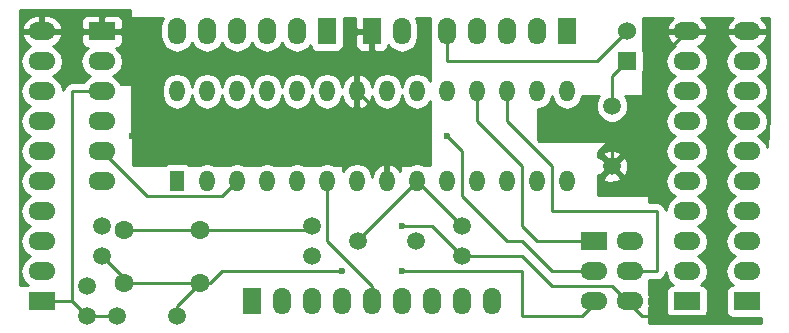
<source format=gbr>
G04 #@! TF.FileFunction,Copper,L2,Bot,Signal*
%FSLAX46Y46*%
G04 Gerber Fmt 4.6, Leading zero omitted, Abs format (unit mm)*
G04 Created by KiCad (PCBNEW 4.0.6-e0-6349~53~ubuntu16.04.1) date Mon Apr 24 16:30:31 2017*
%MOMM*%
%LPD*%
G01*
G04 APERTURE LIST*
%ADD10C,0.100000*%
%ADD11R,1.524000X2.286000*%
%ADD12O,1.524000X2.286000*%
%ADD13C,1.500000*%
%ADD14R,2.286000X1.524000*%
%ADD15O,2.286000X1.524000*%
%ADD16R,1.524000X1.524000*%
%ADD17C,1.524000*%
%ADD18R,1.300000X1.778000*%
%ADD19O,1.300000X1.778000*%
%ADD20C,1.600000*%
%ADD21C,0.600000*%
%ADD22C,0.250000*%
%ADD23C,0.254000*%
G04 APERTURE END LIST*
D10*
D11*
X148590000Y-107950000D03*
D12*
X151130000Y-107950000D03*
D13*
X124460000Y-132080000D03*
X124460000Y-129540000D03*
D14*
X180340000Y-130810000D03*
D15*
X180340000Y-128270000D03*
X180340000Y-125730000D03*
X180340000Y-123190000D03*
X180340000Y-120650000D03*
X180340000Y-118110000D03*
X180340000Y-115570000D03*
X180340000Y-113030000D03*
X180340000Y-110490000D03*
X180340000Y-107950000D03*
D13*
X143510000Y-124460000D03*
X143510000Y-127000000D03*
X156210000Y-127000000D03*
X156210000Y-124460000D03*
X125730000Y-127000000D03*
X125730000Y-124460000D03*
D11*
X144780000Y-107950000D03*
D12*
X142240000Y-107950000D03*
X139700000Y-107950000D03*
X137160000Y-107950000D03*
X134620000Y-107950000D03*
X132080000Y-107950000D03*
D14*
X167386000Y-125730000D03*
D15*
X167386000Y-128270000D03*
X167386000Y-130810000D03*
X170434000Y-125730000D03*
X170434000Y-128270000D03*
X170434000Y-130810000D03*
D14*
X125730000Y-107950000D03*
D15*
X125730000Y-110490000D03*
X125730000Y-113030000D03*
X125730000Y-115570000D03*
X125730000Y-118110000D03*
X125730000Y-120650000D03*
D16*
X170180000Y-110490000D03*
D17*
X170180000Y-107950000D03*
D13*
X132080000Y-132080000D03*
X127000000Y-132080000D03*
X168910000Y-119380000D03*
X168910000Y-114300000D03*
D18*
X132080000Y-120650000D03*
D19*
X134620000Y-120650000D03*
X137160000Y-120650000D03*
X139700000Y-120650000D03*
X142240000Y-120650000D03*
X144780000Y-120650000D03*
X147320000Y-120650000D03*
X149860000Y-120650000D03*
X152400000Y-120650000D03*
X154940000Y-120650000D03*
X157480000Y-120650000D03*
X160020000Y-120650000D03*
X162560000Y-120650000D03*
X165100000Y-120650000D03*
X165100000Y-113030000D03*
X162560000Y-113030000D03*
X160020000Y-113030000D03*
X157480000Y-113030000D03*
X154940000Y-113030000D03*
X152400000Y-113030000D03*
X149860000Y-113030000D03*
X147320000Y-113030000D03*
X144780000Y-113030000D03*
X142240000Y-113030000D03*
X139700000Y-113030000D03*
X137160000Y-113030000D03*
X134620000Y-113030000D03*
X132080000Y-113030000D03*
D13*
X147419060Y-125730000D03*
X152300940Y-125730000D03*
D11*
X165100000Y-107950000D03*
D12*
X162560000Y-107950000D03*
X160020000Y-107950000D03*
X157480000Y-107950000D03*
X154940000Y-107950000D03*
D11*
X138430000Y-130810000D03*
D12*
X140970000Y-130810000D03*
X143510000Y-130810000D03*
X146050000Y-130810000D03*
X148590000Y-130810000D03*
X151130000Y-130810000D03*
X153670000Y-130810000D03*
X156210000Y-130810000D03*
X158750000Y-130810000D03*
D14*
X120650000Y-130810000D03*
D15*
X120650000Y-128270000D03*
X120650000Y-125730000D03*
X120650000Y-123190000D03*
X120650000Y-120650000D03*
X120650000Y-118110000D03*
X120650000Y-115570000D03*
X120650000Y-113030000D03*
X120650000Y-110490000D03*
X120650000Y-107950000D03*
D14*
X175260000Y-130810000D03*
D15*
X175260000Y-128270000D03*
X175260000Y-125730000D03*
X175260000Y-123190000D03*
X175260000Y-120650000D03*
X175260000Y-118110000D03*
X175260000Y-115570000D03*
X175260000Y-113030000D03*
X175260000Y-110490000D03*
X175260000Y-107950000D03*
D20*
X127560000Y-129250000D03*
X134060000Y-129250000D03*
X134060000Y-124750000D03*
X127560000Y-124750000D03*
D21*
X128270000Y-116840000D03*
X151130000Y-124460000D03*
X151130000Y-128270000D03*
X146050000Y-128270000D03*
X154940000Y-116840000D03*
D22*
X177800000Y-107950000D02*
X177800000Y-132080000D01*
X171450000Y-132080000D02*
X170180000Y-130810000D01*
X177800000Y-132080000D02*
X171450000Y-132080000D01*
X175260000Y-107950000D02*
X177800000Y-107950000D01*
X177800000Y-107950000D02*
X180340000Y-107950000D01*
X168910000Y-119380000D02*
X168910000Y-116840000D01*
X172720000Y-110490000D02*
X175260000Y-107950000D01*
X172720000Y-113030000D02*
X172720000Y-110490000D01*
X168910000Y-116840000D02*
X172720000Y-113030000D01*
X156210000Y-127000000D02*
X161290000Y-127000000D01*
X161290000Y-127000000D02*
X163830000Y-129540000D01*
X163830000Y-129540000D02*
X168910000Y-129540000D01*
X168910000Y-129540000D02*
X170180000Y-130810000D01*
X128270000Y-107950000D02*
X125730000Y-107950000D01*
X128270000Y-116840000D02*
X128270000Y-107950000D01*
X134060000Y-124750000D02*
X143220000Y-124750000D01*
X143220000Y-124750000D02*
X143510000Y-124460000D01*
X127560000Y-124750000D02*
X134060000Y-124750000D01*
X153670000Y-124460000D02*
X156210000Y-127000000D01*
X151130000Y-124460000D02*
X153670000Y-124460000D01*
X149860000Y-120650000D02*
X149860000Y-115570000D01*
X149860000Y-115570000D02*
X147320000Y-113030000D01*
X156210000Y-124460000D02*
X152400000Y-120650000D01*
X147419060Y-125730000D02*
X147419060Y-125630940D01*
X147419060Y-125630940D02*
X152400000Y-120650000D01*
X134060000Y-129250000D02*
X134910000Y-129250000D01*
X166370000Y-132080000D02*
X167640000Y-130810000D01*
X161290000Y-132080000D02*
X166370000Y-132080000D01*
X161290000Y-128270000D02*
X161290000Y-132080000D01*
X151130000Y-128270000D02*
X161290000Y-128270000D01*
X135890000Y-128270000D02*
X146050000Y-128270000D01*
X134910000Y-129250000D02*
X135890000Y-128270000D01*
X127560000Y-129250000D02*
X127560000Y-128830000D01*
X127560000Y-128830000D02*
X125730000Y-127000000D01*
X127560000Y-129250000D02*
X134060000Y-129250000D01*
X132080000Y-132080000D02*
X132080000Y-131230000D01*
X132080000Y-131230000D02*
X134060000Y-129250000D01*
X125730000Y-113030000D02*
X123190000Y-113030000D01*
X123190000Y-113030000D02*
X123190000Y-130810000D01*
X124460000Y-132080000D02*
X127000000Y-132080000D01*
X120650000Y-130810000D02*
X123190000Y-130810000D01*
X123190000Y-130810000D02*
X124460000Y-132080000D01*
X125730000Y-118110000D02*
X129540000Y-121920000D01*
X135890000Y-121920000D02*
X137160000Y-120650000D01*
X129540000Y-121920000D02*
X135890000Y-121920000D01*
X148590000Y-130810000D02*
X148590000Y-129540000D01*
X144780000Y-125730000D02*
X144780000Y-120650000D01*
X148590000Y-129540000D02*
X144780000Y-125730000D01*
X160020000Y-113030000D02*
X160020000Y-115570000D01*
X172720000Y-128270000D02*
X170180000Y-128270000D01*
X172720000Y-123190000D02*
X172720000Y-128270000D01*
X163830000Y-123190000D02*
X172720000Y-123190000D01*
X163830000Y-119380000D02*
X163830000Y-123190000D01*
X160020000Y-115570000D02*
X163830000Y-119380000D01*
X157480000Y-113030000D02*
X157480000Y-115570000D01*
X162560000Y-125730000D02*
X167640000Y-125730000D01*
X161290000Y-124460000D02*
X162560000Y-125730000D01*
X161290000Y-119380000D02*
X161290000Y-124460000D01*
X157480000Y-115570000D02*
X161290000Y-119380000D01*
X163830000Y-128270000D02*
X167640000Y-128270000D01*
X161290000Y-125730000D02*
X163830000Y-128270000D01*
X160020000Y-125730000D02*
X161290000Y-125730000D01*
X156210000Y-121920000D02*
X160020000Y-125730000D01*
X156210000Y-118110000D02*
X156210000Y-121920000D01*
X154940000Y-116840000D02*
X156210000Y-118110000D01*
X154940000Y-107950000D02*
X154940000Y-110490000D01*
X167640000Y-110490000D02*
X170180000Y-107950000D01*
X154940000Y-110490000D02*
X167640000Y-110490000D01*
X168910000Y-114300000D02*
X168910000Y-111760000D01*
X168910000Y-111760000D02*
X170180000Y-110490000D01*
D23*
G36*
X173801370Y-107051974D02*
X173539740Y-107532723D01*
X173524780Y-107606930D01*
X173647280Y-107823000D01*
X175133000Y-107823000D01*
X175133000Y-107803000D01*
X175387000Y-107803000D01*
X175387000Y-107823000D01*
X176872720Y-107823000D01*
X176995220Y-107606930D01*
X176980260Y-107532723D01*
X176718630Y-107051974D01*
X176415512Y-106807000D01*
X179184488Y-106807000D01*
X178881370Y-107051974D01*
X178619740Y-107532723D01*
X178604780Y-107606930D01*
X178727280Y-107823000D01*
X180213000Y-107823000D01*
X180213000Y-107803000D01*
X180467000Y-107803000D01*
X180467000Y-107823000D01*
X181952720Y-107823000D01*
X182075220Y-107606930D01*
X182060260Y-107532723D01*
X181798630Y-107051974D01*
X181495512Y-106807000D01*
X182170000Y-106807000D01*
X182170000Y-115231570D01*
X182074448Y-117715929D01*
X182046493Y-117575391D01*
X181743661Y-117122172D01*
X181321362Y-116840000D01*
X181743661Y-116557828D01*
X182046493Y-116104609D01*
X182152833Y-115570000D01*
X182046493Y-115035391D01*
X181743661Y-114582172D01*
X181321362Y-114300000D01*
X181743661Y-114017828D01*
X182046493Y-113564609D01*
X182152833Y-113030000D01*
X182046493Y-112495391D01*
X181743661Y-112042172D01*
X181321362Y-111760000D01*
X181743661Y-111477828D01*
X182046493Y-111024609D01*
X182152833Y-110490000D01*
X182046493Y-109955391D01*
X181743661Y-109502172D01*
X181308161Y-109211179D01*
X181372941Y-109192059D01*
X181798630Y-108848026D01*
X182060260Y-108367277D01*
X182075220Y-108293070D01*
X181952720Y-108077000D01*
X180467000Y-108077000D01*
X180467000Y-108097000D01*
X180213000Y-108097000D01*
X180213000Y-108077000D01*
X178727280Y-108077000D01*
X178604780Y-108293070D01*
X178619740Y-108367277D01*
X178881370Y-108848026D01*
X179307059Y-109192059D01*
X179371839Y-109211179D01*
X178936339Y-109502172D01*
X178633507Y-109955391D01*
X178527167Y-110490000D01*
X178633507Y-111024609D01*
X178936339Y-111477828D01*
X179358638Y-111760000D01*
X178936339Y-112042172D01*
X178633507Y-112495391D01*
X178527167Y-113030000D01*
X178633507Y-113564609D01*
X178936339Y-114017828D01*
X179358638Y-114300000D01*
X178936339Y-114582172D01*
X178633507Y-115035391D01*
X178527167Y-115570000D01*
X178633507Y-116104609D01*
X178936339Y-116557828D01*
X179358638Y-116840000D01*
X178936339Y-117122172D01*
X178633507Y-117575391D01*
X178527167Y-118110000D01*
X178633507Y-118644609D01*
X178936339Y-119097828D01*
X179358638Y-119380000D01*
X178936339Y-119662172D01*
X178633507Y-120115391D01*
X178527167Y-120650000D01*
X178633507Y-121184609D01*
X178936339Y-121637828D01*
X179358638Y-121920000D01*
X178936339Y-122202172D01*
X178633507Y-122655391D01*
X178527167Y-123190000D01*
X178633507Y-123724609D01*
X178936339Y-124177828D01*
X179358638Y-124460000D01*
X178936339Y-124742172D01*
X178633507Y-125195391D01*
X178527167Y-125730000D01*
X178633507Y-126264609D01*
X178936339Y-126717828D01*
X179358638Y-127000000D01*
X178936339Y-127282172D01*
X178633507Y-127735391D01*
X178527167Y-128270000D01*
X178633507Y-128804609D01*
X178936339Y-129257828D01*
X179160290Y-129407468D01*
X178961683Y-129444838D01*
X178745559Y-129583910D01*
X178600569Y-129796110D01*
X178549560Y-130048000D01*
X178549560Y-131572000D01*
X178593838Y-131807317D01*
X178732910Y-132023441D01*
X178945110Y-132168431D01*
X179197000Y-132219440D01*
X181483000Y-132219440D01*
X181516865Y-132213068D01*
X181500445Y-132640000D01*
X172085000Y-132640000D01*
X172085000Y-131354543D01*
X172154260Y-131227277D01*
X172169220Y-131153070D01*
X172085000Y-131004520D01*
X172085000Y-130615480D01*
X172169220Y-130466930D01*
X172154260Y-130392723D01*
X172085000Y-130265457D01*
X172085000Y-129030000D01*
X172720000Y-129030000D01*
X173010839Y-128972148D01*
X173257401Y-128807401D01*
X173422148Y-128560839D01*
X173463583Y-128352531D01*
X173553507Y-128804609D01*
X173856339Y-129257828D01*
X174080290Y-129407468D01*
X173881683Y-129444838D01*
X173665559Y-129583910D01*
X173520569Y-129796110D01*
X173469560Y-130048000D01*
X173469560Y-131572000D01*
X173513838Y-131807317D01*
X173652910Y-132023441D01*
X173865110Y-132168431D01*
X174117000Y-132219440D01*
X176403000Y-132219440D01*
X176638317Y-132175162D01*
X176854441Y-132036090D01*
X176999431Y-131823890D01*
X177050440Y-131572000D01*
X177050440Y-130048000D01*
X177006162Y-129812683D01*
X176867090Y-129596559D01*
X176654890Y-129451569D01*
X176439106Y-129407872D01*
X176663661Y-129257828D01*
X176966493Y-128804609D01*
X177072833Y-128270000D01*
X176966493Y-127735391D01*
X176663661Y-127282172D01*
X176241362Y-127000000D01*
X176663661Y-126717828D01*
X176966493Y-126264609D01*
X177072833Y-125730000D01*
X176966493Y-125195391D01*
X176663661Y-124742172D01*
X176241362Y-124460000D01*
X176663661Y-124177828D01*
X176966493Y-123724609D01*
X177072833Y-123190000D01*
X176966493Y-122655391D01*
X176663661Y-122202172D01*
X176241362Y-121920000D01*
X176663661Y-121637828D01*
X176966493Y-121184609D01*
X177072833Y-120650000D01*
X176966493Y-120115391D01*
X176663661Y-119662172D01*
X176241362Y-119380000D01*
X176663661Y-119097828D01*
X176966493Y-118644609D01*
X177072833Y-118110000D01*
X176966493Y-117575391D01*
X176663661Y-117122172D01*
X176241362Y-116840000D01*
X176663661Y-116557828D01*
X176966493Y-116104609D01*
X177072833Y-115570000D01*
X176966493Y-115035391D01*
X176663661Y-114582172D01*
X176241362Y-114300000D01*
X176663661Y-114017828D01*
X176966493Y-113564609D01*
X177072833Y-113030000D01*
X176966493Y-112495391D01*
X176663661Y-112042172D01*
X176241362Y-111760000D01*
X176663661Y-111477828D01*
X176966493Y-111024609D01*
X177072833Y-110490000D01*
X176966493Y-109955391D01*
X176663661Y-109502172D01*
X176228161Y-109211179D01*
X176292941Y-109192059D01*
X176718630Y-108848026D01*
X176980260Y-108367277D01*
X176995220Y-108293070D01*
X176872720Y-108077000D01*
X175387000Y-108077000D01*
X175387000Y-108097000D01*
X175133000Y-108097000D01*
X175133000Y-108077000D01*
X173647280Y-108077000D01*
X173524780Y-108293070D01*
X173539740Y-108367277D01*
X173801370Y-108848026D01*
X174227059Y-109192059D01*
X174291839Y-109211179D01*
X173856339Y-109502172D01*
X173553507Y-109955391D01*
X173447167Y-110490000D01*
X173553507Y-111024609D01*
X173856339Y-111477828D01*
X174278638Y-111760000D01*
X173856339Y-112042172D01*
X173553507Y-112495391D01*
X173447167Y-113030000D01*
X173553507Y-113564609D01*
X173856339Y-114017828D01*
X174278638Y-114300000D01*
X173856339Y-114582172D01*
X173553507Y-115035391D01*
X173447167Y-115570000D01*
X173553507Y-116104609D01*
X173856339Y-116557828D01*
X174278638Y-116840000D01*
X173856339Y-117122172D01*
X173553507Y-117575391D01*
X173447167Y-118110000D01*
X173553507Y-118644609D01*
X173856339Y-119097828D01*
X174278638Y-119380000D01*
X173856339Y-119662172D01*
X173553507Y-120115391D01*
X173447167Y-120650000D01*
X173553507Y-121184609D01*
X173856339Y-121637828D01*
X174278638Y-121920000D01*
X173856339Y-122202172D01*
X173553507Y-122655391D01*
X173463583Y-123107469D01*
X173422148Y-122899161D01*
X173257401Y-122652599D01*
X173010839Y-122487852D01*
X172720000Y-122430000D01*
X172085000Y-122430000D01*
X172085000Y-121920000D01*
X172074994Y-121870590D01*
X172046553Y-121828965D01*
X172004159Y-121801685D01*
X171958000Y-121793000D01*
X167767000Y-121793000D01*
X167767000Y-120351517D01*
X168118088Y-120351517D01*
X168186077Y-120592460D01*
X168705171Y-120777201D01*
X169255448Y-120749230D01*
X169633923Y-120592460D01*
X169701912Y-120351517D01*
X168910000Y-119559605D01*
X168118088Y-120351517D01*
X167767000Y-120351517D01*
X167767000Y-120123523D01*
X167938483Y-120171912D01*
X168730395Y-119380000D01*
X169089605Y-119380000D01*
X169881517Y-120171912D01*
X170122460Y-120103923D01*
X170307201Y-119584829D01*
X170279230Y-119034552D01*
X170122460Y-118656077D01*
X169881517Y-118588088D01*
X169089605Y-119380000D01*
X168730395Y-119380000D01*
X167938483Y-118588088D01*
X167767000Y-118636477D01*
X167767000Y-118408483D01*
X168118088Y-118408483D01*
X168910000Y-119200395D01*
X169701912Y-118408483D01*
X169633923Y-118167540D01*
X169114829Y-117982799D01*
X168564552Y-118010770D01*
X168186077Y-118167540D01*
X168118088Y-118408483D01*
X167767000Y-118408483D01*
X167767000Y-118162606D01*
X168491803Y-117437803D01*
X168519666Y-117395789D01*
X168528988Y-117346246D01*
X168518300Y-117296978D01*
X168489287Y-117255751D01*
X168446520Y-117229059D01*
X168402000Y-117221000D01*
X162745802Y-117221000D01*
X162687000Y-117162198D01*
X162687000Y-114558595D01*
X163051748Y-114486042D01*
X163468632Y-114207489D01*
X163747185Y-113790605D01*
X163822693Y-113411000D01*
X163837307Y-113411000D01*
X163912815Y-113790605D01*
X164191368Y-114207489D01*
X164608252Y-114486042D01*
X165100000Y-114583857D01*
X165591748Y-114486042D01*
X166008632Y-114207489D01*
X166287185Y-113790605D01*
X166362693Y-113411000D01*
X167840155Y-113411000D01*
X167736539Y-113514436D01*
X167525241Y-114023298D01*
X167524760Y-114574285D01*
X167735169Y-115083515D01*
X168124436Y-115473461D01*
X168633298Y-115684759D01*
X169184285Y-115685240D01*
X169693515Y-115474831D01*
X170083461Y-115085564D01*
X170294759Y-114576702D01*
X170295240Y-114025715D01*
X170084831Y-113516485D01*
X169979530Y-113411000D01*
X171450000Y-113411000D01*
X171499410Y-113400994D01*
X171541035Y-113372553D01*
X171568315Y-113330159D01*
X171577000Y-113284000D01*
X171577000Y-111313431D01*
X171589440Y-111252000D01*
X171589440Y-109728000D01*
X171577000Y-109661887D01*
X171577000Y-107950647D01*
X171577242Y-107673339D01*
X171577000Y-107672753D01*
X171577000Y-106807000D01*
X174104488Y-106807000D01*
X173801370Y-107051974D01*
X173801370Y-107051974D01*
G37*
X173801370Y-107051974D02*
X173539740Y-107532723D01*
X173524780Y-107606930D01*
X173647280Y-107823000D01*
X175133000Y-107823000D01*
X175133000Y-107803000D01*
X175387000Y-107803000D01*
X175387000Y-107823000D01*
X176872720Y-107823000D01*
X176995220Y-107606930D01*
X176980260Y-107532723D01*
X176718630Y-107051974D01*
X176415512Y-106807000D01*
X179184488Y-106807000D01*
X178881370Y-107051974D01*
X178619740Y-107532723D01*
X178604780Y-107606930D01*
X178727280Y-107823000D01*
X180213000Y-107823000D01*
X180213000Y-107803000D01*
X180467000Y-107803000D01*
X180467000Y-107823000D01*
X181952720Y-107823000D01*
X182075220Y-107606930D01*
X182060260Y-107532723D01*
X181798630Y-107051974D01*
X181495512Y-106807000D01*
X182170000Y-106807000D01*
X182170000Y-115231570D01*
X182074448Y-117715929D01*
X182046493Y-117575391D01*
X181743661Y-117122172D01*
X181321362Y-116840000D01*
X181743661Y-116557828D01*
X182046493Y-116104609D01*
X182152833Y-115570000D01*
X182046493Y-115035391D01*
X181743661Y-114582172D01*
X181321362Y-114300000D01*
X181743661Y-114017828D01*
X182046493Y-113564609D01*
X182152833Y-113030000D01*
X182046493Y-112495391D01*
X181743661Y-112042172D01*
X181321362Y-111760000D01*
X181743661Y-111477828D01*
X182046493Y-111024609D01*
X182152833Y-110490000D01*
X182046493Y-109955391D01*
X181743661Y-109502172D01*
X181308161Y-109211179D01*
X181372941Y-109192059D01*
X181798630Y-108848026D01*
X182060260Y-108367277D01*
X182075220Y-108293070D01*
X181952720Y-108077000D01*
X180467000Y-108077000D01*
X180467000Y-108097000D01*
X180213000Y-108097000D01*
X180213000Y-108077000D01*
X178727280Y-108077000D01*
X178604780Y-108293070D01*
X178619740Y-108367277D01*
X178881370Y-108848026D01*
X179307059Y-109192059D01*
X179371839Y-109211179D01*
X178936339Y-109502172D01*
X178633507Y-109955391D01*
X178527167Y-110490000D01*
X178633507Y-111024609D01*
X178936339Y-111477828D01*
X179358638Y-111760000D01*
X178936339Y-112042172D01*
X178633507Y-112495391D01*
X178527167Y-113030000D01*
X178633507Y-113564609D01*
X178936339Y-114017828D01*
X179358638Y-114300000D01*
X178936339Y-114582172D01*
X178633507Y-115035391D01*
X178527167Y-115570000D01*
X178633507Y-116104609D01*
X178936339Y-116557828D01*
X179358638Y-116840000D01*
X178936339Y-117122172D01*
X178633507Y-117575391D01*
X178527167Y-118110000D01*
X178633507Y-118644609D01*
X178936339Y-119097828D01*
X179358638Y-119380000D01*
X178936339Y-119662172D01*
X178633507Y-120115391D01*
X178527167Y-120650000D01*
X178633507Y-121184609D01*
X178936339Y-121637828D01*
X179358638Y-121920000D01*
X178936339Y-122202172D01*
X178633507Y-122655391D01*
X178527167Y-123190000D01*
X178633507Y-123724609D01*
X178936339Y-124177828D01*
X179358638Y-124460000D01*
X178936339Y-124742172D01*
X178633507Y-125195391D01*
X178527167Y-125730000D01*
X178633507Y-126264609D01*
X178936339Y-126717828D01*
X179358638Y-127000000D01*
X178936339Y-127282172D01*
X178633507Y-127735391D01*
X178527167Y-128270000D01*
X178633507Y-128804609D01*
X178936339Y-129257828D01*
X179160290Y-129407468D01*
X178961683Y-129444838D01*
X178745559Y-129583910D01*
X178600569Y-129796110D01*
X178549560Y-130048000D01*
X178549560Y-131572000D01*
X178593838Y-131807317D01*
X178732910Y-132023441D01*
X178945110Y-132168431D01*
X179197000Y-132219440D01*
X181483000Y-132219440D01*
X181516865Y-132213068D01*
X181500445Y-132640000D01*
X172085000Y-132640000D01*
X172085000Y-131354543D01*
X172154260Y-131227277D01*
X172169220Y-131153070D01*
X172085000Y-131004520D01*
X172085000Y-130615480D01*
X172169220Y-130466930D01*
X172154260Y-130392723D01*
X172085000Y-130265457D01*
X172085000Y-129030000D01*
X172720000Y-129030000D01*
X173010839Y-128972148D01*
X173257401Y-128807401D01*
X173422148Y-128560839D01*
X173463583Y-128352531D01*
X173553507Y-128804609D01*
X173856339Y-129257828D01*
X174080290Y-129407468D01*
X173881683Y-129444838D01*
X173665559Y-129583910D01*
X173520569Y-129796110D01*
X173469560Y-130048000D01*
X173469560Y-131572000D01*
X173513838Y-131807317D01*
X173652910Y-132023441D01*
X173865110Y-132168431D01*
X174117000Y-132219440D01*
X176403000Y-132219440D01*
X176638317Y-132175162D01*
X176854441Y-132036090D01*
X176999431Y-131823890D01*
X177050440Y-131572000D01*
X177050440Y-130048000D01*
X177006162Y-129812683D01*
X176867090Y-129596559D01*
X176654890Y-129451569D01*
X176439106Y-129407872D01*
X176663661Y-129257828D01*
X176966493Y-128804609D01*
X177072833Y-128270000D01*
X176966493Y-127735391D01*
X176663661Y-127282172D01*
X176241362Y-127000000D01*
X176663661Y-126717828D01*
X176966493Y-126264609D01*
X177072833Y-125730000D01*
X176966493Y-125195391D01*
X176663661Y-124742172D01*
X176241362Y-124460000D01*
X176663661Y-124177828D01*
X176966493Y-123724609D01*
X177072833Y-123190000D01*
X176966493Y-122655391D01*
X176663661Y-122202172D01*
X176241362Y-121920000D01*
X176663661Y-121637828D01*
X176966493Y-121184609D01*
X177072833Y-120650000D01*
X176966493Y-120115391D01*
X176663661Y-119662172D01*
X176241362Y-119380000D01*
X176663661Y-119097828D01*
X176966493Y-118644609D01*
X177072833Y-118110000D01*
X176966493Y-117575391D01*
X176663661Y-117122172D01*
X176241362Y-116840000D01*
X176663661Y-116557828D01*
X176966493Y-116104609D01*
X177072833Y-115570000D01*
X176966493Y-115035391D01*
X176663661Y-114582172D01*
X176241362Y-114300000D01*
X176663661Y-114017828D01*
X176966493Y-113564609D01*
X177072833Y-113030000D01*
X176966493Y-112495391D01*
X176663661Y-112042172D01*
X176241362Y-111760000D01*
X176663661Y-111477828D01*
X176966493Y-111024609D01*
X177072833Y-110490000D01*
X176966493Y-109955391D01*
X176663661Y-109502172D01*
X176228161Y-109211179D01*
X176292941Y-109192059D01*
X176718630Y-108848026D01*
X176980260Y-108367277D01*
X176995220Y-108293070D01*
X176872720Y-108077000D01*
X175387000Y-108077000D01*
X175387000Y-108097000D01*
X175133000Y-108097000D01*
X175133000Y-108077000D01*
X173647280Y-108077000D01*
X173524780Y-108293070D01*
X173539740Y-108367277D01*
X173801370Y-108848026D01*
X174227059Y-109192059D01*
X174291839Y-109211179D01*
X173856339Y-109502172D01*
X173553507Y-109955391D01*
X173447167Y-110490000D01*
X173553507Y-111024609D01*
X173856339Y-111477828D01*
X174278638Y-111760000D01*
X173856339Y-112042172D01*
X173553507Y-112495391D01*
X173447167Y-113030000D01*
X173553507Y-113564609D01*
X173856339Y-114017828D01*
X174278638Y-114300000D01*
X173856339Y-114582172D01*
X173553507Y-115035391D01*
X173447167Y-115570000D01*
X173553507Y-116104609D01*
X173856339Y-116557828D01*
X174278638Y-116840000D01*
X173856339Y-117122172D01*
X173553507Y-117575391D01*
X173447167Y-118110000D01*
X173553507Y-118644609D01*
X173856339Y-119097828D01*
X174278638Y-119380000D01*
X173856339Y-119662172D01*
X173553507Y-120115391D01*
X173447167Y-120650000D01*
X173553507Y-121184609D01*
X173856339Y-121637828D01*
X174278638Y-121920000D01*
X173856339Y-122202172D01*
X173553507Y-122655391D01*
X173463583Y-123107469D01*
X173422148Y-122899161D01*
X173257401Y-122652599D01*
X173010839Y-122487852D01*
X172720000Y-122430000D01*
X172085000Y-122430000D01*
X172085000Y-121920000D01*
X172074994Y-121870590D01*
X172046553Y-121828965D01*
X172004159Y-121801685D01*
X171958000Y-121793000D01*
X167767000Y-121793000D01*
X167767000Y-120351517D01*
X168118088Y-120351517D01*
X168186077Y-120592460D01*
X168705171Y-120777201D01*
X169255448Y-120749230D01*
X169633923Y-120592460D01*
X169701912Y-120351517D01*
X168910000Y-119559605D01*
X168118088Y-120351517D01*
X167767000Y-120351517D01*
X167767000Y-120123523D01*
X167938483Y-120171912D01*
X168730395Y-119380000D01*
X169089605Y-119380000D01*
X169881517Y-120171912D01*
X170122460Y-120103923D01*
X170307201Y-119584829D01*
X170279230Y-119034552D01*
X170122460Y-118656077D01*
X169881517Y-118588088D01*
X169089605Y-119380000D01*
X168730395Y-119380000D01*
X167938483Y-118588088D01*
X167767000Y-118636477D01*
X167767000Y-118408483D01*
X168118088Y-118408483D01*
X168910000Y-119200395D01*
X169701912Y-118408483D01*
X169633923Y-118167540D01*
X169114829Y-117982799D01*
X168564552Y-118010770D01*
X168186077Y-118167540D01*
X168118088Y-118408483D01*
X167767000Y-118408483D01*
X167767000Y-118162606D01*
X168491803Y-117437803D01*
X168519666Y-117395789D01*
X168528988Y-117346246D01*
X168518300Y-117296978D01*
X168489287Y-117255751D01*
X168446520Y-117229059D01*
X168402000Y-117221000D01*
X162745802Y-117221000D01*
X162687000Y-117162198D01*
X162687000Y-114558595D01*
X163051748Y-114486042D01*
X163468632Y-114207489D01*
X163747185Y-113790605D01*
X163822693Y-113411000D01*
X163837307Y-113411000D01*
X163912815Y-113790605D01*
X164191368Y-114207489D01*
X164608252Y-114486042D01*
X165100000Y-114583857D01*
X165591748Y-114486042D01*
X166008632Y-114207489D01*
X166287185Y-113790605D01*
X166362693Y-113411000D01*
X167840155Y-113411000D01*
X167736539Y-113514436D01*
X167525241Y-114023298D01*
X167524760Y-114574285D01*
X167735169Y-115083515D01*
X168124436Y-115473461D01*
X168633298Y-115684759D01*
X169184285Y-115685240D01*
X169693515Y-115474831D01*
X170083461Y-115085564D01*
X170294759Y-114576702D01*
X170295240Y-114025715D01*
X170084831Y-113516485D01*
X169979530Y-113411000D01*
X171450000Y-113411000D01*
X171499410Y-113400994D01*
X171541035Y-113372553D01*
X171568315Y-113330159D01*
X171577000Y-113284000D01*
X171577000Y-111313431D01*
X171589440Y-111252000D01*
X171589440Y-109728000D01*
X171577000Y-109661887D01*
X171577000Y-107950647D01*
X171577242Y-107673339D01*
X171577000Y-107672753D01*
X171577000Y-106807000D01*
X174104488Y-106807000D01*
X173801370Y-107051974D01*
G36*
X128143000Y-106680000D02*
X128153006Y-106729410D01*
X128181447Y-106771035D01*
X128223841Y-106798315D01*
X128270000Y-106807000D01*
X130918003Y-106807000D01*
X130789340Y-106999558D01*
X130683000Y-107534167D01*
X130683000Y-108365833D01*
X130789340Y-108900442D01*
X131092172Y-109353661D01*
X131545391Y-109656493D01*
X132080000Y-109762833D01*
X132614609Y-109656493D01*
X133067828Y-109353661D01*
X133350000Y-108931362D01*
X133632172Y-109353661D01*
X134085391Y-109656493D01*
X134620000Y-109762833D01*
X135154609Y-109656493D01*
X135607828Y-109353661D01*
X135890000Y-108931362D01*
X136172172Y-109353661D01*
X136625391Y-109656493D01*
X137160000Y-109762833D01*
X137694609Y-109656493D01*
X138147828Y-109353661D01*
X138430000Y-108931362D01*
X138712172Y-109353661D01*
X139165391Y-109656493D01*
X139700000Y-109762833D01*
X140234609Y-109656493D01*
X140687828Y-109353661D01*
X140970000Y-108931362D01*
X141252172Y-109353661D01*
X141705391Y-109656493D01*
X142240000Y-109762833D01*
X142774609Y-109656493D01*
X143227828Y-109353661D01*
X143377468Y-109129710D01*
X143414838Y-109328317D01*
X143553910Y-109544441D01*
X143766110Y-109689431D01*
X144018000Y-109740440D01*
X145542000Y-109740440D01*
X145777317Y-109696162D01*
X145993441Y-109557090D01*
X146138431Y-109344890D01*
X146189440Y-109093000D01*
X146189440Y-108235750D01*
X147193000Y-108235750D01*
X147193000Y-109219310D01*
X147289673Y-109452699D01*
X147468302Y-109631327D01*
X147701691Y-109728000D01*
X148304250Y-109728000D01*
X148463000Y-109569250D01*
X148463000Y-108077000D01*
X147351750Y-108077000D01*
X147193000Y-108235750D01*
X146189440Y-108235750D01*
X146189440Y-106807000D01*
X147193000Y-106807000D01*
X147193000Y-107664250D01*
X147351750Y-107823000D01*
X148463000Y-107823000D01*
X148463000Y-107803000D01*
X148717000Y-107803000D01*
X148717000Y-107823000D01*
X148737000Y-107823000D01*
X148737000Y-108077000D01*
X148717000Y-108077000D01*
X148717000Y-109569250D01*
X148875750Y-109728000D01*
X149478309Y-109728000D01*
X149711698Y-109631327D01*
X149890327Y-109452699D01*
X149987000Y-109219310D01*
X149987000Y-109121430D01*
X150142172Y-109353661D01*
X150595391Y-109656493D01*
X151130000Y-109762833D01*
X151664609Y-109656493D01*
X152117828Y-109353661D01*
X152420660Y-108900442D01*
X152527000Y-108365833D01*
X152527000Y-107534167D01*
X152420660Y-106999558D01*
X152291997Y-106807000D01*
X153543000Y-106807000D01*
X153543000Y-112203267D01*
X153308632Y-111852511D01*
X152891748Y-111573958D01*
X152400000Y-111476143D01*
X151908252Y-111573958D01*
X151491368Y-111852511D01*
X151212815Y-112269395D01*
X151130000Y-112685733D01*
X151047185Y-112269395D01*
X150768632Y-111852511D01*
X150351748Y-111573958D01*
X149860000Y-111476143D01*
X149368252Y-111573958D01*
X148951368Y-111852511D01*
X148672815Y-112269395D01*
X148597714Y-112646952D01*
X148478863Y-112212204D01*
X148169154Y-111812785D01*
X147730169Y-111562290D01*
X147645471Y-111547901D01*
X147447000Y-111671933D01*
X147447000Y-112903000D01*
X147467000Y-112903000D01*
X147467000Y-113157000D01*
X147447000Y-113157000D01*
X147447000Y-114388067D01*
X147645471Y-114512099D01*
X147730169Y-114497710D01*
X148169154Y-114247215D01*
X148478863Y-113847796D01*
X148597714Y-113413048D01*
X148672815Y-113790605D01*
X148951368Y-114207489D01*
X149368252Y-114486042D01*
X149860000Y-114583857D01*
X150351748Y-114486042D01*
X150768632Y-114207489D01*
X151047185Y-113790605D01*
X151130000Y-113374267D01*
X151212815Y-113790605D01*
X151491368Y-114207489D01*
X151908252Y-114486042D01*
X152400000Y-114583857D01*
X152891748Y-114486042D01*
X153308632Y-114207489D01*
X153543000Y-113856733D01*
X153543000Y-119253000D01*
X152980111Y-119253000D01*
X152891748Y-119193958D01*
X152400000Y-119096143D01*
X151908252Y-119193958D01*
X151819889Y-119253000D01*
X151130000Y-119253000D01*
X151080590Y-119263006D01*
X151038965Y-119291447D01*
X151011685Y-119333841D01*
X151003000Y-119380000D01*
X151003000Y-119811746D01*
X150709154Y-119432785D01*
X150270169Y-119182290D01*
X150185471Y-119167901D01*
X149987000Y-119291933D01*
X149987000Y-120523000D01*
X149733000Y-120523000D01*
X149733000Y-119291933D01*
X149534529Y-119167901D01*
X149449831Y-119182290D01*
X149010846Y-119432785D01*
X148701137Y-119832204D01*
X148582286Y-120266952D01*
X148507185Y-119889395D01*
X148228632Y-119472511D01*
X147811748Y-119193958D01*
X147320000Y-119096143D01*
X146828252Y-119193958D01*
X146411368Y-119472511D01*
X146177000Y-119823267D01*
X146177000Y-119380000D01*
X146166994Y-119330590D01*
X146138553Y-119288965D01*
X146096159Y-119261685D01*
X146050000Y-119253000D01*
X145360111Y-119253000D01*
X145271748Y-119193958D01*
X144780000Y-119096143D01*
X144288252Y-119193958D01*
X144199889Y-119253000D01*
X142820111Y-119253000D01*
X142731748Y-119193958D01*
X142240000Y-119096143D01*
X141748252Y-119193958D01*
X141659889Y-119253000D01*
X140280111Y-119253000D01*
X140191748Y-119193958D01*
X139700000Y-119096143D01*
X139208252Y-119193958D01*
X139119889Y-119253000D01*
X137740111Y-119253000D01*
X137651748Y-119193958D01*
X137160000Y-119096143D01*
X136668252Y-119193958D01*
X136579889Y-119253000D01*
X135200111Y-119253000D01*
X135111748Y-119193958D01*
X134620000Y-119096143D01*
X134128252Y-119193958D01*
X134039889Y-119253000D01*
X133111313Y-119253000D01*
X132981890Y-119164569D01*
X132730000Y-119113560D01*
X131430000Y-119113560D01*
X131194683Y-119157838D01*
X131046797Y-119253000D01*
X128397000Y-119253000D01*
X128397000Y-112761143D01*
X130795000Y-112761143D01*
X130795000Y-113298857D01*
X130892815Y-113790605D01*
X131171368Y-114207489D01*
X131588252Y-114486042D01*
X132080000Y-114583857D01*
X132571748Y-114486042D01*
X132988632Y-114207489D01*
X133267185Y-113790605D01*
X133350000Y-113374267D01*
X133432815Y-113790605D01*
X133711368Y-114207489D01*
X134128252Y-114486042D01*
X134620000Y-114583857D01*
X135111748Y-114486042D01*
X135528632Y-114207489D01*
X135807185Y-113790605D01*
X135890000Y-113374267D01*
X135972815Y-113790605D01*
X136251368Y-114207489D01*
X136668252Y-114486042D01*
X137160000Y-114583857D01*
X137651748Y-114486042D01*
X138068632Y-114207489D01*
X138347185Y-113790605D01*
X138430000Y-113374267D01*
X138512815Y-113790605D01*
X138791368Y-114207489D01*
X139208252Y-114486042D01*
X139700000Y-114583857D01*
X140191748Y-114486042D01*
X140608632Y-114207489D01*
X140887185Y-113790605D01*
X140970000Y-113374267D01*
X141052815Y-113790605D01*
X141331368Y-114207489D01*
X141748252Y-114486042D01*
X142240000Y-114583857D01*
X142731748Y-114486042D01*
X143148632Y-114207489D01*
X143427185Y-113790605D01*
X143510000Y-113374267D01*
X143592815Y-113790605D01*
X143871368Y-114207489D01*
X144288252Y-114486042D01*
X144780000Y-114583857D01*
X145271748Y-114486042D01*
X145688632Y-114207489D01*
X145967185Y-113790605D01*
X146042286Y-113413048D01*
X146161137Y-113847796D01*
X146470846Y-114247215D01*
X146909831Y-114497710D01*
X146994529Y-114512099D01*
X147193000Y-114388067D01*
X147193000Y-113157000D01*
X147173000Y-113157000D01*
X147173000Y-112903000D01*
X147193000Y-112903000D01*
X147193000Y-111671933D01*
X146994529Y-111547901D01*
X146909831Y-111562290D01*
X146470846Y-111812785D01*
X146161137Y-112212204D01*
X146042286Y-112646952D01*
X145967185Y-112269395D01*
X145688632Y-111852511D01*
X145271748Y-111573958D01*
X144780000Y-111476143D01*
X144288252Y-111573958D01*
X143871368Y-111852511D01*
X143592815Y-112269395D01*
X143510000Y-112685733D01*
X143427185Y-112269395D01*
X143148632Y-111852511D01*
X142731748Y-111573958D01*
X142240000Y-111476143D01*
X141748252Y-111573958D01*
X141331368Y-111852511D01*
X141052815Y-112269395D01*
X140970000Y-112685733D01*
X140887185Y-112269395D01*
X140608632Y-111852511D01*
X140191748Y-111573958D01*
X139700000Y-111476143D01*
X139208252Y-111573958D01*
X138791368Y-111852511D01*
X138512815Y-112269395D01*
X138430000Y-112685733D01*
X138347185Y-112269395D01*
X138068632Y-111852511D01*
X137651748Y-111573958D01*
X137160000Y-111476143D01*
X136668252Y-111573958D01*
X136251368Y-111852511D01*
X135972815Y-112269395D01*
X135890000Y-112685733D01*
X135807185Y-112269395D01*
X135528632Y-111852511D01*
X135111748Y-111573958D01*
X134620000Y-111476143D01*
X134128252Y-111573958D01*
X133711368Y-111852511D01*
X133432815Y-112269395D01*
X133350000Y-112685733D01*
X133267185Y-112269395D01*
X132988632Y-111852511D01*
X132571748Y-111573958D01*
X132080000Y-111476143D01*
X131588252Y-111573958D01*
X131171368Y-111852511D01*
X130892815Y-112269395D01*
X130795000Y-112761143D01*
X128397000Y-112761143D01*
X128397000Y-112522000D01*
X128386994Y-112472590D01*
X128358553Y-112430965D01*
X128316159Y-112403685D01*
X128270000Y-112395000D01*
X127369414Y-112395000D01*
X127133661Y-112042172D01*
X126711362Y-111760000D01*
X127133661Y-111477828D01*
X127436493Y-111024609D01*
X127542833Y-110490000D01*
X127436493Y-109955391D01*
X127133661Y-109502172D01*
X126901430Y-109347000D01*
X126999310Y-109347000D01*
X127232699Y-109250327D01*
X127411327Y-109071698D01*
X127508000Y-108838309D01*
X127508000Y-108235750D01*
X127349250Y-108077000D01*
X125857000Y-108077000D01*
X125857000Y-108097000D01*
X125603000Y-108097000D01*
X125603000Y-108077000D01*
X124110750Y-108077000D01*
X123952000Y-108235750D01*
X123952000Y-108838309D01*
X124048673Y-109071698D01*
X124227301Y-109250327D01*
X124460690Y-109347000D01*
X124558570Y-109347000D01*
X124326339Y-109502172D01*
X124023507Y-109955391D01*
X123917167Y-110490000D01*
X124023507Y-111024609D01*
X124326339Y-111477828D01*
X124748638Y-111760000D01*
X124326339Y-112042172D01*
X124174109Y-112270000D01*
X123190000Y-112270000D01*
X122899161Y-112327852D01*
X122652599Y-112492599D01*
X122487852Y-112739161D01*
X122446417Y-112947469D01*
X122356493Y-112495391D01*
X122053661Y-112042172D01*
X121631362Y-111760000D01*
X122053661Y-111477828D01*
X122356493Y-111024609D01*
X122462833Y-110490000D01*
X122356493Y-109955391D01*
X122053661Y-109502172D01*
X121618161Y-109211179D01*
X121682941Y-109192059D01*
X122108630Y-108848026D01*
X122370260Y-108367277D01*
X122385220Y-108293070D01*
X122262720Y-108077000D01*
X120777000Y-108077000D01*
X120777000Y-108097000D01*
X120523000Y-108097000D01*
X120523000Y-108077000D01*
X119037280Y-108077000D01*
X118914780Y-108293070D01*
X118929740Y-108367277D01*
X119191370Y-108848026D01*
X119617059Y-109192059D01*
X119681839Y-109211179D01*
X119246339Y-109502172D01*
X118943507Y-109955391D01*
X118837167Y-110490000D01*
X118943507Y-111024609D01*
X119246339Y-111477828D01*
X119668638Y-111760000D01*
X119246339Y-112042172D01*
X118943507Y-112495391D01*
X118837167Y-113030000D01*
X118943507Y-113564609D01*
X119246339Y-114017828D01*
X119668638Y-114300000D01*
X119246339Y-114582172D01*
X118943507Y-115035391D01*
X118837167Y-115570000D01*
X118943507Y-116104609D01*
X119246339Y-116557828D01*
X119668638Y-116840000D01*
X119246339Y-117122172D01*
X118943507Y-117575391D01*
X118837167Y-118110000D01*
X118943507Y-118644609D01*
X119246339Y-119097828D01*
X119668638Y-119380000D01*
X119246339Y-119662172D01*
X118943507Y-120115391D01*
X118837167Y-120650000D01*
X118943507Y-121184609D01*
X119246339Y-121637828D01*
X119668638Y-121920000D01*
X119246339Y-122202172D01*
X118943507Y-122655391D01*
X118837167Y-123190000D01*
X118943507Y-123724609D01*
X119246339Y-124177828D01*
X119668638Y-124460000D01*
X119246339Y-124742172D01*
X118943507Y-125195391D01*
X118837167Y-125730000D01*
X118943507Y-126264609D01*
X119246339Y-126717828D01*
X119668638Y-127000000D01*
X119246339Y-127282172D01*
X118943507Y-127735391D01*
X118837167Y-128270000D01*
X118943507Y-128804609D01*
X119246339Y-129257828D01*
X119470290Y-129407468D01*
X119440890Y-129413000D01*
X118820000Y-129413000D01*
X118820000Y-107606930D01*
X118914780Y-107606930D01*
X119037280Y-107823000D01*
X120523000Y-107823000D01*
X120523000Y-106553000D01*
X120777000Y-106553000D01*
X120777000Y-107823000D01*
X122262720Y-107823000D01*
X122385220Y-107606930D01*
X122370260Y-107532723D01*
X122113919Y-107061691D01*
X123952000Y-107061691D01*
X123952000Y-107664250D01*
X124110750Y-107823000D01*
X125603000Y-107823000D01*
X125603000Y-106711750D01*
X125857000Y-106711750D01*
X125857000Y-107823000D01*
X127349250Y-107823000D01*
X127508000Y-107664250D01*
X127508000Y-107061691D01*
X127411327Y-106828302D01*
X127232699Y-106649673D01*
X126999310Y-106553000D01*
X126015750Y-106553000D01*
X125857000Y-106711750D01*
X125603000Y-106711750D01*
X125444250Y-106553000D01*
X124460690Y-106553000D01*
X124227301Y-106649673D01*
X124048673Y-106828302D01*
X123952000Y-107061691D01*
X122113919Y-107061691D01*
X122108630Y-107051974D01*
X121682941Y-106707941D01*
X121158000Y-106553000D01*
X120777000Y-106553000D01*
X120523000Y-106553000D01*
X120142000Y-106553000D01*
X119617059Y-106707941D01*
X119191370Y-107051974D01*
X118929740Y-107532723D01*
X118914780Y-107606930D01*
X118820000Y-107606930D01*
X118820000Y-106120000D01*
X128143000Y-106120000D01*
X128143000Y-106680000D01*
X128143000Y-106680000D01*
G37*
X128143000Y-106680000D02*
X128153006Y-106729410D01*
X128181447Y-106771035D01*
X128223841Y-106798315D01*
X128270000Y-106807000D01*
X130918003Y-106807000D01*
X130789340Y-106999558D01*
X130683000Y-107534167D01*
X130683000Y-108365833D01*
X130789340Y-108900442D01*
X131092172Y-109353661D01*
X131545391Y-109656493D01*
X132080000Y-109762833D01*
X132614609Y-109656493D01*
X133067828Y-109353661D01*
X133350000Y-108931362D01*
X133632172Y-109353661D01*
X134085391Y-109656493D01*
X134620000Y-109762833D01*
X135154609Y-109656493D01*
X135607828Y-109353661D01*
X135890000Y-108931362D01*
X136172172Y-109353661D01*
X136625391Y-109656493D01*
X137160000Y-109762833D01*
X137694609Y-109656493D01*
X138147828Y-109353661D01*
X138430000Y-108931362D01*
X138712172Y-109353661D01*
X139165391Y-109656493D01*
X139700000Y-109762833D01*
X140234609Y-109656493D01*
X140687828Y-109353661D01*
X140970000Y-108931362D01*
X141252172Y-109353661D01*
X141705391Y-109656493D01*
X142240000Y-109762833D01*
X142774609Y-109656493D01*
X143227828Y-109353661D01*
X143377468Y-109129710D01*
X143414838Y-109328317D01*
X143553910Y-109544441D01*
X143766110Y-109689431D01*
X144018000Y-109740440D01*
X145542000Y-109740440D01*
X145777317Y-109696162D01*
X145993441Y-109557090D01*
X146138431Y-109344890D01*
X146189440Y-109093000D01*
X146189440Y-108235750D01*
X147193000Y-108235750D01*
X147193000Y-109219310D01*
X147289673Y-109452699D01*
X147468302Y-109631327D01*
X147701691Y-109728000D01*
X148304250Y-109728000D01*
X148463000Y-109569250D01*
X148463000Y-108077000D01*
X147351750Y-108077000D01*
X147193000Y-108235750D01*
X146189440Y-108235750D01*
X146189440Y-106807000D01*
X147193000Y-106807000D01*
X147193000Y-107664250D01*
X147351750Y-107823000D01*
X148463000Y-107823000D01*
X148463000Y-107803000D01*
X148717000Y-107803000D01*
X148717000Y-107823000D01*
X148737000Y-107823000D01*
X148737000Y-108077000D01*
X148717000Y-108077000D01*
X148717000Y-109569250D01*
X148875750Y-109728000D01*
X149478309Y-109728000D01*
X149711698Y-109631327D01*
X149890327Y-109452699D01*
X149987000Y-109219310D01*
X149987000Y-109121430D01*
X150142172Y-109353661D01*
X150595391Y-109656493D01*
X151130000Y-109762833D01*
X151664609Y-109656493D01*
X152117828Y-109353661D01*
X152420660Y-108900442D01*
X152527000Y-108365833D01*
X152527000Y-107534167D01*
X152420660Y-106999558D01*
X152291997Y-106807000D01*
X153543000Y-106807000D01*
X153543000Y-112203267D01*
X153308632Y-111852511D01*
X152891748Y-111573958D01*
X152400000Y-111476143D01*
X151908252Y-111573958D01*
X151491368Y-111852511D01*
X151212815Y-112269395D01*
X151130000Y-112685733D01*
X151047185Y-112269395D01*
X150768632Y-111852511D01*
X150351748Y-111573958D01*
X149860000Y-111476143D01*
X149368252Y-111573958D01*
X148951368Y-111852511D01*
X148672815Y-112269395D01*
X148597714Y-112646952D01*
X148478863Y-112212204D01*
X148169154Y-111812785D01*
X147730169Y-111562290D01*
X147645471Y-111547901D01*
X147447000Y-111671933D01*
X147447000Y-112903000D01*
X147467000Y-112903000D01*
X147467000Y-113157000D01*
X147447000Y-113157000D01*
X147447000Y-114388067D01*
X147645471Y-114512099D01*
X147730169Y-114497710D01*
X148169154Y-114247215D01*
X148478863Y-113847796D01*
X148597714Y-113413048D01*
X148672815Y-113790605D01*
X148951368Y-114207489D01*
X149368252Y-114486042D01*
X149860000Y-114583857D01*
X150351748Y-114486042D01*
X150768632Y-114207489D01*
X151047185Y-113790605D01*
X151130000Y-113374267D01*
X151212815Y-113790605D01*
X151491368Y-114207489D01*
X151908252Y-114486042D01*
X152400000Y-114583857D01*
X152891748Y-114486042D01*
X153308632Y-114207489D01*
X153543000Y-113856733D01*
X153543000Y-119253000D01*
X152980111Y-119253000D01*
X152891748Y-119193958D01*
X152400000Y-119096143D01*
X151908252Y-119193958D01*
X151819889Y-119253000D01*
X151130000Y-119253000D01*
X151080590Y-119263006D01*
X151038965Y-119291447D01*
X151011685Y-119333841D01*
X151003000Y-119380000D01*
X151003000Y-119811746D01*
X150709154Y-119432785D01*
X150270169Y-119182290D01*
X150185471Y-119167901D01*
X149987000Y-119291933D01*
X149987000Y-120523000D01*
X149733000Y-120523000D01*
X149733000Y-119291933D01*
X149534529Y-119167901D01*
X149449831Y-119182290D01*
X149010846Y-119432785D01*
X148701137Y-119832204D01*
X148582286Y-120266952D01*
X148507185Y-119889395D01*
X148228632Y-119472511D01*
X147811748Y-119193958D01*
X147320000Y-119096143D01*
X146828252Y-119193958D01*
X146411368Y-119472511D01*
X146177000Y-119823267D01*
X146177000Y-119380000D01*
X146166994Y-119330590D01*
X146138553Y-119288965D01*
X146096159Y-119261685D01*
X146050000Y-119253000D01*
X145360111Y-119253000D01*
X145271748Y-119193958D01*
X144780000Y-119096143D01*
X144288252Y-119193958D01*
X144199889Y-119253000D01*
X142820111Y-119253000D01*
X142731748Y-119193958D01*
X142240000Y-119096143D01*
X141748252Y-119193958D01*
X141659889Y-119253000D01*
X140280111Y-119253000D01*
X140191748Y-119193958D01*
X139700000Y-119096143D01*
X139208252Y-119193958D01*
X139119889Y-119253000D01*
X137740111Y-119253000D01*
X137651748Y-119193958D01*
X137160000Y-119096143D01*
X136668252Y-119193958D01*
X136579889Y-119253000D01*
X135200111Y-119253000D01*
X135111748Y-119193958D01*
X134620000Y-119096143D01*
X134128252Y-119193958D01*
X134039889Y-119253000D01*
X133111313Y-119253000D01*
X132981890Y-119164569D01*
X132730000Y-119113560D01*
X131430000Y-119113560D01*
X131194683Y-119157838D01*
X131046797Y-119253000D01*
X128397000Y-119253000D01*
X128397000Y-112761143D01*
X130795000Y-112761143D01*
X130795000Y-113298857D01*
X130892815Y-113790605D01*
X131171368Y-114207489D01*
X131588252Y-114486042D01*
X132080000Y-114583857D01*
X132571748Y-114486042D01*
X132988632Y-114207489D01*
X133267185Y-113790605D01*
X133350000Y-113374267D01*
X133432815Y-113790605D01*
X133711368Y-114207489D01*
X134128252Y-114486042D01*
X134620000Y-114583857D01*
X135111748Y-114486042D01*
X135528632Y-114207489D01*
X135807185Y-113790605D01*
X135890000Y-113374267D01*
X135972815Y-113790605D01*
X136251368Y-114207489D01*
X136668252Y-114486042D01*
X137160000Y-114583857D01*
X137651748Y-114486042D01*
X138068632Y-114207489D01*
X138347185Y-113790605D01*
X138430000Y-113374267D01*
X138512815Y-113790605D01*
X138791368Y-114207489D01*
X139208252Y-114486042D01*
X139700000Y-114583857D01*
X140191748Y-114486042D01*
X140608632Y-114207489D01*
X140887185Y-113790605D01*
X140970000Y-113374267D01*
X141052815Y-113790605D01*
X141331368Y-114207489D01*
X141748252Y-114486042D01*
X142240000Y-114583857D01*
X142731748Y-114486042D01*
X143148632Y-114207489D01*
X143427185Y-113790605D01*
X143510000Y-113374267D01*
X143592815Y-113790605D01*
X143871368Y-114207489D01*
X144288252Y-114486042D01*
X144780000Y-114583857D01*
X145271748Y-114486042D01*
X145688632Y-114207489D01*
X145967185Y-113790605D01*
X146042286Y-113413048D01*
X146161137Y-113847796D01*
X146470846Y-114247215D01*
X146909831Y-114497710D01*
X146994529Y-114512099D01*
X147193000Y-114388067D01*
X147193000Y-113157000D01*
X147173000Y-113157000D01*
X147173000Y-112903000D01*
X147193000Y-112903000D01*
X147193000Y-111671933D01*
X146994529Y-111547901D01*
X146909831Y-111562290D01*
X146470846Y-111812785D01*
X146161137Y-112212204D01*
X146042286Y-112646952D01*
X145967185Y-112269395D01*
X145688632Y-111852511D01*
X145271748Y-111573958D01*
X144780000Y-111476143D01*
X144288252Y-111573958D01*
X143871368Y-111852511D01*
X143592815Y-112269395D01*
X143510000Y-112685733D01*
X143427185Y-112269395D01*
X143148632Y-111852511D01*
X142731748Y-111573958D01*
X142240000Y-111476143D01*
X141748252Y-111573958D01*
X141331368Y-111852511D01*
X141052815Y-112269395D01*
X140970000Y-112685733D01*
X140887185Y-112269395D01*
X140608632Y-111852511D01*
X140191748Y-111573958D01*
X139700000Y-111476143D01*
X139208252Y-111573958D01*
X138791368Y-111852511D01*
X138512815Y-112269395D01*
X138430000Y-112685733D01*
X138347185Y-112269395D01*
X138068632Y-111852511D01*
X137651748Y-111573958D01*
X137160000Y-111476143D01*
X136668252Y-111573958D01*
X136251368Y-111852511D01*
X135972815Y-112269395D01*
X135890000Y-112685733D01*
X135807185Y-112269395D01*
X135528632Y-111852511D01*
X135111748Y-111573958D01*
X134620000Y-111476143D01*
X134128252Y-111573958D01*
X133711368Y-111852511D01*
X133432815Y-112269395D01*
X133350000Y-112685733D01*
X133267185Y-112269395D01*
X132988632Y-111852511D01*
X132571748Y-111573958D01*
X132080000Y-111476143D01*
X131588252Y-111573958D01*
X131171368Y-111852511D01*
X130892815Y-112269395D01*
X130795000Y-112761143D01*
X128397000Y-112761143D01*
X128397000Y-112522000D01*
X128386994Y-112472590D01*
X128358553Y-112430965D01*
X128316159Y-112403685D01*
X128270000Y-112395000D01*
X127369414Y-112395000D01*
X127133661Y-112042172D01*
X126711362Y-111760000D01*
X127133661Y-111477828D01*
X127436493Y-111024609D01*
X127542833Y-110490000D01*
X127436493Y-109955391D01*
X127133661Y-109502172D01*
X126901430Y-109347000D01*
X126999310Y-109347000D01*
X127232699Y-109250327D01*
X127411327Y-109071698D01*
X127508000Y-108838309D01*
X127508000Y-108235750D01*
X127349250Y-108077000D01*
X125857000Y-108077000D01*
X125857000Y-108097000D01*
X125603000Y-108097000D01*
X125603000Y-108077000D01*
X124110750Y-108077000D01*
X123952000Y-108235750D01*
X123952000Y-108838309D01*
X124048673Y-109071698D01*
X124227301Y-109250327D01*
X124460690Y-109347000D01*
X124558570Y-109347000D01*
X124326339Y-109502172D01*
X124023507Y-109955391D01*
X123917167Y-110490000D01*
X124023507Y-111024609D01*
X124326339Y-111477828D01*
X124748638Y-111760000D01*
X124326339Y-112042172D01*
X124174109Y-112270000D01*
X123190000Y-112270000D01*
X122899161Y-112327852D01*
X122652599Y-112492599D01*
X122487852Y-112739161D01*
X122446417Y-112947469D01*
X122356493Y-112495391D01*
X122053661Y-112042172D01*
X121631362Y-111760000D01*
X122053661Y-111477828D01*
X122356493Y-111024609D01*
X122462833Y-110490000D01*
X122356493Y-109955391D01*
X122053661Y-109502172D01*
X121618161Y-109211179D01*
X121682941Y-109192059D01*
X122108630Y-108848026D01*
X122370260Y-108367277D01*
X122385220Y-108293070D01*
X122262720Y-108077000D01*
X120777000Y-108077000D01*
X120777000Y-108097000D01*
X120523000Y-108097000D01*
X120523000Y-108077000D01*
X119037280Y-108077000D01*
X118914780Y-108293070D01*
X118929740Y-108367277D01*
X119191370Y-108848026D01*
X119617059Y-109192059D01*
X119681839Y-109211179D01*
X119246339Y-109502172D01*
X118943507Y-109955391D01*
X118837167Y-110490000D01*
X118943507Y-111024609D01*
X119246339Y-111477828D01*
X119668638Y-111760000D01*
X119246339Y-112042172D01*
X118943507Y-112495391D01*
X118837167Y-113030000D01*
X118943507Y-113564609D01*
X119246339Y-114017828D01*
X119668638Y-114300000D01*
X119246339Y-114582172D01*
X118943507Y-115035391D01*
X118837167Y-115570000D01*
X118943507Y-116104609D01*
X119246339Y-116557828D01*
X119668638Y-116840000D01*
X119246339Y-117122172D01*
X118943507Y-117575391D01*
X118837167Y-118110000D01*
X118943507Y-118644609D01*
X119246339Y-119097828D01*
X119668638Y-119380000D01*
X119246339Y-119662172D01*
X118943507Y-120115391D01*
X118837167Y-120650000D01*
X118943507Y-121184609D01*
X119246339Y-121637828D01*
X119668638Y-121920000D01*
X119246339Y-122202172D01*
X118943507Y-122655391D01*
X118837167Y-123190000D01*
X118943507Y-123724609D01*
X119246339Y-124177828D01*
X119668638Y-124460000D01*
X119246339Y-124742172D01*
X118943507Y-125195391D01*
X118837167Y-125730000D01*
X118943507Y-126264609D01*
X119246339Y-126717828D01*
X119668638Y-127000000D01*
X119246339Y-127282172D01*
X118943507Y-127735391D01*
X118837167Y-128270000D01*
X118943507Y-128804609D01*
X119246339Y-129257828D01*
X119470290Y-129407468D01*
X119440890Y-129413000D01*
X118820000Y-129413000D01*
X118820000Y-107606930D01*
X118914780Y-107606930D01*
X119037280Y-107823000D01*
X120523000Y-107823000D01*
X120523000Y-106553000D01*
X120777000Y-106553000D01*
X120777000Y-107823000D01*
X122262720Y-107823000D01*
X122385220Y-107606930D01*
X122370260Y-107532723D01*
X122113919Y-107061691D01*
X123952000Y-107061691D01*
X123952000Y-107664250D01*
X124110750Y-107823000D01*
X125603000Y-107823000D01*
X125603000Y-106711750D01*
X125857000Y-106711750D01*
X125857000Y-107823000D01*
X127349250Y-107823000D01*
X127508000Y-107664250D01*
X127508000Y-107061691D01*
X127411327Y-106828302D01*
X127232699Y-106649673D01*
X126999310Y-106553000D01*
X126015750Y-106553000D01*
X125857000Y-106711750D01*
X125603000Y-106711750D01*
X125444250Y-106553000D01*
X124460690Y-106553000D01*
X124227301Y-106649673D01*
X124048673Y-106828302D01*
X123952000Y-107061691D01*
X122113919Y-107061691D01*
X122108630Y-107051974D01*
X121682941Y-106707941D01*
X121158000Y-106553000D01*
X120777000Y-106553000D01*
X120523000Y-106553000D01*
X120142000Y-106553000D01*
X119617059Y-106707941D01*
X119191370Y-107051974D01*
X118929740Y-107532723D01*
X118914780Y-107606930D01*
X118820000Y-107606930D01*
X118820000Y-106120000D01*
X128143000Y-106120000D01*
X128143000Y-106680000D01*
M02*

</source>
